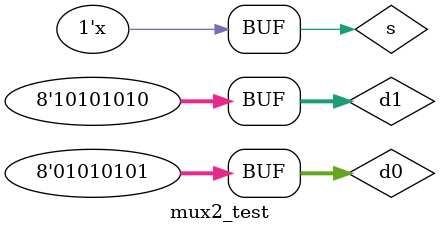
<source format=v>
`timescale 1ns / 1ps


module mux2_test();
	reg [7:0] d0, d1;
	reg s;
	wire [7:0] y;
	
	mux2 myMux(d0, d1, s, y);
	
	initial
	begin
		d0 = 8'b01010101;
		d1 = 8'b10101010;
		s = 0;
	end
	always 
		#5 s = ~s;
	
endmodule

</source>
